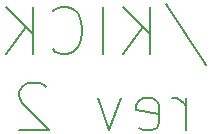
<source format=gbo>
G04 #@! TF.GenerationSoftware,KiCad,Pcbnew,(6.0.5)*
G04 #@! TF.CreationDate,2022-06-14T17:18:27+02:00*
G04 #@! TF.ProjectId,midiperformer,6d696469-7065-4726-966f-726d65722e6b,rev?*
G04 #@! TF.SameCoordinates,Original*
G04 #@! TF.FileFunction,Legend,Bot*
G04 #@! TF.FilePolarity,Positive*
%FSLAX46Y46*%
G04 Gerber Fmt 4.6, Leading zero omitted, Abs format (unit mm)*
G04 Created by KiCad (PCBNEW (6.0.5)) date 2022-06-14 17:18:27*
%MOMM*%
%LPD*%
G01*
G04 APERTURE LIST*
%ADD10C,0.150000*%
%ADD11R,1.700000X1.700000*%
%ADD12O,1.700000X1.700000*%
%ADD13R,1.600000X1.600000*%
%ADD14C,1.600000*%
%ADD15O,1.600000X1.600000*%
%ADD16C,6.400000*%
G04 APERTURE END LIST*
D10*
X236038095Y-75599047D02*
X239466666Y-80741904D01*
X234704761Y-79789523D02*
X234704761Y-75789523D01*
X232419047Y-79789523D02*
X234133333Y-77503809D01*
X232419047Y-75789523D02*
X234704761Y-78075238D01*
X230704761Y-79789523D02*
X230704761Y-75789523D01*
X226514285Y-79408571D02*
X226704761Y-79599047D01*
X227276190Y-79789523D01*
X227657142Y-79789523D01*
X228228571Y-79599047D01*
X228609523Y-79218095D01*
X228800000Y-78837142D01*
X228990476Y-78075238D01*
X228990476Y-77503809D01*
X228800000Y-76741904D01*
X228609523Y-76360952D01*
X228228571Y-75980000D01*
X227657142Y-75789523D01*
X227276190Y-75789523D01*
X226704761Y-75980000D01*
X226514285Y-76170476D01*
X224800000Y-79789523D02*
X224800000Y-75789523D01*
X222514285Y-79789523D02*
X224228571Y-77503809D01*
X222514285Y-75789523D02*
X224800000Y-78075238D01*
X237752380Y-86229523D02*
X237752380Y-83562857D01*
X237752380Y-84324761D02*
X237561904Y-83943809D01*
X237371428Y-83753333D01*
X236990476Y-83562857D01*
X236609523Y-83562857D01*
X233752380Y-86039047D02*
X234133333Y-86229523D01*
X234895238Y-86229523D01*
X235276190Y-86039047D01*
X235466666Y-85658095D01*
X235466666Y-84134285D01*
X235276190Y-83753333D01*
X234895238Y-83562857D01*
X234133333Y-83562857D01*
X233752380Y-83753333D01*
X233561904Y-84134285D01*
X233561904Y-84515238D01*
X235466666Y-84896190D01*
X232228571Y-83562857D02*
X231276190Y-86229523D01*
X230323809Y-83562857D01*
X225942857Y-82610476D02*
X225752380Y-82420000D01*
X225371428Y-82229523D01*
X224419047Y-82229523D01*
X224038095Y-82420000D01*
X223847619Y-82610476D01*
X223657142Y-82991428D01*
X223657142Y-83372380D01*
X223847619Y-83943809D01*
X226133333Y-86229523D01*
X223657142Y-86229523D01*
%LPC*%
D11*
X207875000Y-68175000D03*
D12*
X210415000Y-68175000D03*
X212955000Y-68175000D03*
D11*
X209475000Y-60175000D03*
D12*
X212015000Y-60175000D03*
X214555000Y-60175000D03*
D11*
X212400000Y-97400000D03*
D12*
X214940000Y-97400000D03*
D11*
X221600000Y-60200000D03*
D12*
X224140000Y-60200000D03*
X226680000Y-60200000D03*
D11*
X201300001Y-89340000D03*
D12*
X203840001Y-89340000D03*
X201300001Y-86800000D03*
X203840001Y-86800000D03*
X201300001Y-84260000D03*
X203840001Y-84260000D03*
X201300001Y-81720000D03*
X203840001Y-81720000D03*
X201300001Y-79180000D03*
X203840001Y-79180000D03*
X201300001Y-76640000D03*
X203840001Y-76640000D03*
X201300001Y-74100000D03*
X203840001Y-74100000D03*
X201300001Y-71560000D03*
X203840001Y-71560000D03*
D13*
X242570000Y-74180000D03*
D14*
X240030000Y-74180000D03*
X237490000Y-74180000D03*
X234950000Y-74180000D03*
X232410000Y-74180000D03*
X229870000Y-74180000D03*
X227330000Y-74180000D03*
X224790000Y-74180000D03*
X222250000Y-74180000D03*
X219710000Y-74180000D03*
X217170000Y-74180000D03*
X214630000Y-74180000D03*
X212090000Y-74180000D03*
X209550000Y-74180000D03*
X209550000Y-89420000D03*
X212090000Y-89420000D03*
X214630000Y-89420000D03*
X217170000Y-89420000D03*
X219710000Y-89420000D03*
X222250000Y-89420000D03*
X224790000Y-89420000D03*
X227330000Y-89420000D03*
X229870000Y-89420000D03*
X232410000Y-89420000D03*
X234950000Y-89420000D03*
X237490000Y-89420000D03*
X240030000Y-89420000D03*
X242570000Y-89420000D03*
D11*
X234860000Y-60342256D03*
D12*
X237400000Y-60342256D03*
X239940000Y-60342256D03*
D13*
X240880000Y-63580000D03*
D15*
X238340000Y-63580000D03*
X235800000Y-63580000D03*
X233260000Y-63580000D03*
X233260000Y-71200000D03*
X235800000Y-71200000D03*
X238340000Y-71200000D03*
X240880000Y-71200000D03*
D16*
X238600000Y-95000000D03*
D11*
X202075000Y-97575000D03*
D12*
X204615000Y-97575000D03*
X207155000Y-97575000D03*
D16*
X203800000Y-63600000D03*
D11*
X221000000Y-95000000D03*
D12*
X221000000Y-97540000D03*
D13*
X227037745Y-63542256D03*
D15*
X224497745Y-63542256D03*
X221957745Y-63542256D03*
X219417745Y-63542256D03*
X219417745Y-71162256D03*
X221957745Y-71162256D03*
X224497745Y-71162256D03*
X227037745Y-71162256D03*
M02*

</source>
